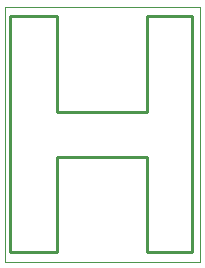
<source format=gbo>
G75*
%MOIN*%
%OFA0B0*%
%FSLAX24Y24*%
%IPPOS*%
%LPD*%
%AMOC8*
5,1,8,0,0,1.08239X$1,22.5*
%
%ADD10C,0.0000*%
%ADD11C,0.0100*%
D10*
X002392Y002517D02*
X002392Y011017D01*
X008892Y011017D01*
X008892Y002517D01*
X002392Y002517D01*
D11*
X002579Y002829D02*
X002579Y010704D01*
X004142Y010704D01*
X004142Y007517D01*
X007142Y007517D01*
X007142Y010704D01*
X008642Y010704D01*
X008642Y002829D01*
X007142Y002829D01*
X007142Y006017D01*
X004142Y006017D01*
X004142Y002829D01*
X002579Y002829D01*
M02*

</source>
